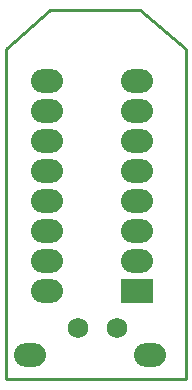
<source format=gbs>
%FSLAX25Y25*%
%MOIN*%
G70*
G01*
G75*
G04 Layer_Color=16711935*
%ADD10C,0.01000*%
%ADD11R,0.09843X0.07087*%
%ADD12O,0.09843X0.07087*%
%ADD13C,0.06000*%
%ADD14C,0.00787*%
%ADD15R,0.10642X0.07887*%
%ADD16O,0.10642X0.07887*%
%ADD17C,0.06800*%
D10*
X415500Y420000D02*
X431000Y407000D01*
X371000D02*
X385500Y420000D01*
X371000Y297000D02*
X431000D01*
Y407000D01*
X371000Y297000D02*
Y407000D01*
X385500Y420000D02*
X415500D01*
D15*
X414500Y326500D02*
D03*
D16*
Y336500D02*
D03*
Y346500D02*
D03*
Y356500D02*
D03*
Y366500D02*
D03*
Y376500D02*
D03*
Y386500D02*
D03*
Y396500D02*
D03*
X384500Y326500D02*
D03*
Y336500D02*
D03*
Y346500D02*
D03*
Y356500D02*
D03*
Y366500D02*
D03*
Y376500D02*
D03*
Y386500D02*
D03*
Y396500D02*
D03*
X419000Y305000D02*
D03*
X379000D02*
D03*
D17*
X408000Y314000D02*
D03*
X395000D02*
D03*
M02*

</source>
